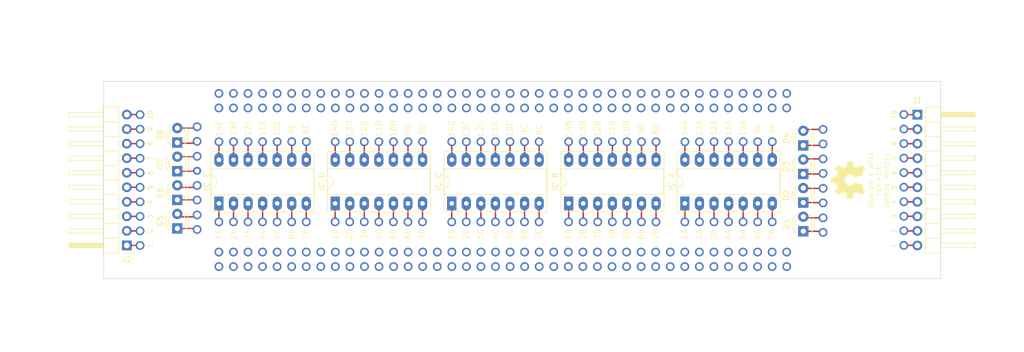
<source format=kicad_pcb>
(kicad_pcb (version 20221018) (generator pcbnew)
  (layers (0 "F.Cu" signal) (31 "B.Cu" signal) (34 "B.Paste" user) (35 "F.Paste" user) (36 "B.SilkS" user "B.Silkscreen") (37 "F.SilkS" user "F.Silkscreen") (38 "B.Mask" user) (39 "F.Mask" user) (44 "Edge.Cuts" user))
  (net 0 "")
  (footprint "Package_DIP:DIP-14_W7.62mm_Socket_LongPads" (layer "F.Cu") (at 90.11 108.6675 90)
    (fp_text reference "IC E")
    (fp_text value "DIP-14_W7.62mm_Socket_LongPads")
  )
  (footprint "Package_DIP:DIP-14_W7.62mm_Socket_LongPads" (layer "F.Cu") (at 171.4 108.6675 90)
    (fp_text reference "IC A")
    (fp_text value "DIP-14_W7.62mm_Socket_LongPads")
  )
  (footprint "DIP14_Stick:LED_D3.0mm" (layer "F.Cu") (at 82.85 103.04 90)
    (fp_text reference "D7")
    (fp_text value "LED_D3.0mm" hide)
  )
  (footprint "Package_DIP:DIP-14_W7.62mm_Socket_LongPads" (layer "F.Cu") (at 110.39 108.6675 90)
    (fp_text reference "IC D")
    (fp_text value "DIP-14_W7.62mm_Socket_LongPads")
  )
  (footprint "DIP14_Stick:1x7_Left_Side_IC_Pinout" (layer "F.Cu") (at 90.1 111.8925 90)
    (fp_text reference "REF**" hide)
    (fp_text value "1x7_Left_Side_IC_Pinout")
  )
  (footprint "Symbol:OSHW-Symbol_6.7x6mm_SilkScreen" (layer "F.Cu") (at 199.898 104.584251 90)
    (fp_text reference "REF**" hide)
    (fp_text value "OSHW-Symbol_6.7x6mm_SilkScreen" hide)
  )
  (footprint "DIP14_Stick:LED_D3.0mm" (layer "F.Cu") (at 82.85 108.04 90)
    (fp_text reference "D6")
    (fp_text value "LED_D3.0mm" hide)
  )
  (footprint "DIP14_Stick:MountingHole_2.2mm_M2" (layer "F.Cu") (at 81.3 90.3)
    (fp_text reference "REF**" hide)
    (fp_text value "MountingHole_2.2mm_M2" hide)
  )
  (footprint "DIP14_Stick:1x7_Left_Side_IC_Pinout" (layer "F.Cu") (at 151.115 111.8925 90)
    (fp_text reference "REF**" hide)
    (fp_text value "1x7_Left_Side_IC_Pinout")
  )
  (footprint "DIP14_Stick:1x7_Right_Side_IC_Pinout" (layer "F.Cu") (at 130.725 97.8925 90)
    (fp_text reference "REF**" hide)
    (fp_text value "1x7_Right_Side_IC_Pinout")
  )
  (footprint "TestPoint:TestPoint_2Pads_Pitch2.54mm_Drill0.8mm" (layer "F.Cu") (at 195.5 103.425 90)
    (fp_text reference "REF**" hide)
    (fp_text value "TestPoint_2Pads_Pitch2.54mm_Drill0.8mm")
  )
  (footprint "TestPoint:TestPoint_2Pads_Pitch2.54mm_Drill0.8mm" (layer "F.Cu") (at 195.5 113.725 90)
    (fp_text reference "REF**" hide)
    (fp_text value "TestPoint_2Pads_Pitch2.54mm_Drill0.8mm")
  )
  (footprint "DIP14_Stick:1x7_Left_Side_IC_Pinout" (layer "F.Cu") (at 110.38 111.8925 90)
    (fp_text reference "REF**" hide)
    (fp_text value "1x7_Left_Side_IC_Pinout")
  )
  (footprint "DIP14_Stick:1x7_Left_Side_IC_Pinout" (layer "F.Cu") (at 130.715 111.8925 90)
    (fp_text reference "REF**" hide)
    (fp_text value "1x7_Left_Side_IC_Pinout")
  )
  (footprint "TestPoint:TestPoint_2Pads_Pitch2.54mm_Drill0.8mm" (layer "F.Cu") (at 86.3 108.065 90)
    (fp_text reference "REF**" hide)
    (fp_text value "TestPoint_2Pads_Pitch2.54mm_Drill0.8mm")
  )
  (footprint "DIP14_Stick:2x40 2.54mm Protoboard" (layer "F.Cu") (at 90.1 119.7 90)
    (fp_text reference "REF**" hide)
    (fp_text value "2x40 2.54mm Protoboard")
  )
  (footprint "DIP14_Stick:1x7_Right_Side_IC_Pinout" (layer "F.Cu") (at 90.11 97.8925 90)
    (fp_text reference "REF**" hide)
    (fp_text value "1x7_Right_Side_IC_Pinout")
  )
  (footprint "DIP14_Stick:LED_D3.0mm" (layer "F.Cu") (at 82.85 98.04 90)
    (fp_text reference "D8")
    (fp_text value "LED_D3.0mm" hide)
  )
  (footprint "DIP14_Stick:LED_D3.0mm" (layer "F.Cu") (at 82.85 113.04 90)
    (fp_text reference "D5")
    (fp_text value "LED_D3.0mm" hide)
  )
  (footprint "DIP14_Stick:1x7_Left_Side_IC_Pinout" (layer "F.Cu") (at 171.39 111.8925 90)
    (fp_text reference "REF**" hide)
    (fp_text value "1x7_Left_Side_IC_Pinout")
  )
  (footprint "DIP14_Stick:2x40 2.54mm Protoboard" (layer "F.Cu") (at 90.1 91.99 90)
    (fp_text reference "REF**" hide)
    (fp_text value "2x40 2.54mm Protoboard")
  )
  (footprint "Connector_PinHeader_2.54mm:PinHeader_1x10_P2.54mm_Horizontal" (layer "F.Cu") (at 74.04 116 180)
    (fp_text reference "J2")
    (fp_text value "PinHeader_1x10_P2.54mm_Horizontal")
  )
  (footprint "TestPoint:TestPoint_2Pads_Pitch2.54mm_Drill0.8mm" (layer "F.Cu") (at 86.3 102.965 90)
    (fp_text reference "REF**" hide)
    (fp_text value "TestPoint_2Pads_Pitch2.54mm_Drill0.8mm")
  )
  (footprint "DIP14_Stick:LED_D3.0mm" (layer "F.Cu") (at 192.05 98.525 90)
    (fp_text reference "D4")
    (fp_text value "LED_D3.0mm" hide)
  )
  (footprint "Connector_PinHeader_2.54mm:PinHeader_1x10_P2.54mm_Horizontal" (layer "F.Cu") (at 211.95 93.15)
    (fp_text reference "J1")
    (fp_text value "PinHeader_1x10_P2.54mm_Horizontal")
  )
  (footprint "TestPoint:TestPoint_2Pads_Pitch2.54mm_Drill0.8mm" (layer "F.Cu") (at 86.3 97.815 90)
    (fp_text reference "REF**" hide)
    (fp_text value "TestPoint_2Pads_Pitch2.54mm_Drill0.8mm")
  )
  (footprint "TestPoint:TestPoint_2Pads_Pitch2.54mm_Drill0.8mm" (layer "F.Cu") (at 86.3 113.215 90)
    (fp_text reference "REF**" hide)
    (fp_text value "TestPoint_2Pads_Pitch2.54mm_Drill0.8mm")
  )
  (footprint "TestPoint:TestPoint_2Pads_Pitch2.54mm_Drill0.8mm" (layer "F.Cu") (at 195.5 108.575 90)
    (fp_text reference "REF**" hide)
    (fp_text value "TestPoint_2Pads_Pitch2.54mm_Drill0.8mm")
  )
  (footprint "DIP14_Stick:MountingHole_2.2mm_M2" (layer "F.Cu") (at 81.3 118.8)
    (fp_text reference "REF**" hide)
    (fp_text value "MountingHole_2.2mm_M2" hide)
  )
  (footprint "DIP14_Stick:1x10 Pin Connector" (layer "F.Cu") (at 76.35 105.215 180)
    (fp_text reference "REF**" hide)
    (fp_text value "1x10 Pin Connector")
  )
  (footprint "DIP14_Stick:LED_D3.0mm" (layer "F.Cu") (at 192.05 113.525 90)
    (fp_text reference "D1")
    (fp_text value "LED_D3.0mm" hide)
  )
  (footprint "DIP14_Stick:LED_D3.0mm" (layer "F.Cu") (at 192.05 108.525 90)
    (fp_text reference "D2")
    (fp_text value "LED_D3.0mm" hide)
  )
  (footprint "Package_DIP:DIP-14_W7.62mm_Socket_LongPads" (layer "F.Cu") (at 151.125 108.6675 90)
    (fp_text reference "IC B")
    (fp_text value "DIP-14_W7.62mm_Socket_LongPads")
  )
  (footprint "DIP14_Stick:1x7_Right_Side_IC_Pinout" (layer "F.Cu") (at 171.4 97.8925 90)
    (fp_text reference "")
    (fp_text value "1x7_Right_Side_IC_Pinout")
  )
  (footprint "DIP14_Stick:MountingHole_2.2mm_M2" (layer "F.Cu") (at 204.69 118.8 180)
    (fp_text reference "REF**" hide)
    (fp_text value "MountingHole_2.2mm_M2" hide)
  )
  (footprint "DIP14_Stick:MountingHole_2.2mm_M2" (layer "F.Cu") (at 205 90.3 180)
    (fp_text reference "REF**" hide)
    (fp_text value "MountingHole_2.2mm_M2" hide)
  )
  (footprint "Package_DIP:DIP-14_W7.62mm_Socket_LongPads" (layer "F.Cu") (at 130.725 108.6675 90)
    (fp_text reference "IC C")
    (fp_text value "DIP-14_W7.62mm_Socket_LongPads")
  )
  (footprint "DIP14_Stick:1x7_Right_Side_IC_Pinout" (layer "F.Cu") (at 151.125 97.8925 90)
    (fp_text reference "REF**" hide)
    (fp_text value "1x7_Right_Side_IC_Pinout")
  )
  (footprint "DIP14_Stick:1x7_Right_Side_IC_Pinout" (layer "F.Cu") (at 110.39 97.8925 90)
    (fp_text reference "REF**" hide)
    (fp_text value "1x7_Right_Side_IC_Pinout")
  )
  (footprint "TestPoint:TestPoint_2Pads_Pitch2.54mm_Drill0.8mm" (layer "F.Cu") (at 195.5 98.275 90)
    (fp_text reference "REF**" hide)
    (fp_text value "TestPoint_2Pads_Pitch2.54mm_Drill0.8mm")
  )
  (footprint "DIP14_Stick:1x10 Pin Connector" (layer "F.Cu") (at 209.6 103.925)
    (fp_text reference "REF**" hide)
    (fp_text value "1x10 Pin Connector")
  )
  (footprint "DIP14_Stick:LED_D3.0mm" (layer "F.Cu") (at 192.05 103.525 90)
    (fp_text reference "D3")
    (fp_text value "LED_D3.0mm" hide)
  )
  (gr_line (start 70 121.8) (end 216 121.8) (stroke (width 0.1)) (layer "Edge.Cuts"))
  (gr_line (start 216 87.35) (end 216 121.8) (stroke (width 0.1)) (layer "Edge.Cuts"))
  (gr_line locked (start 70 87.35) (end 70 121.8) (stroke (width 0.1)) (layer "Edge.Cuts"))
  (gr_line (start 70 87.35) (end 216 87.35) (stroke (width 0.1)) (layer "Edge.Cuts"))
  (gr_text "dips on a stick\nrev v1.0\njoshua murphy\n" (at 207 104.575001 90) (layer "F.SilkS") (effects (font (size 0.85 0.85) (thickness 0.1)) (justify bottom)))
  (segment (start 140.885 108.6675) (end 140.885 111.8825) (width 0.25) (layer "F.Cu") (net 0))
  (segment (start 133.265 101.0475) (end 133.265 97.8925) (width 0.25) (layer "F.Cu") (net 0))
  (segment (start 176.48 97.8925) (end 176.48 101.0475) (width 0.25) (layer "F.Cu") (net 0))
  (segment (start 110.38 108.6775) (end 110.39 108.6675) (width 0.25) (layer "F.Cu") (net 0))
  (segment (start 192.05 103.525) (end 195.4 103.525) (width 0.25) (layer "F.Cu") (net 0))
  (segment (start 115.47 108.6675) (end 115.47 111.8825) (width 0.25) (layer "F.Cu") (net 0))
  (segment (start 143.425 111.8825) (end 143.415 111.8925) (width 0.25) (layer "F.Cu") (net 0))
  (segment (start 209.6 115.99) (end 211.93 115.99) (width 0.25) (layer "F.Cu") (net 0))
  (segment (start 179.01 111.8925) (end 179.01 108.6775) (width 0.25) (layer "F.Cu") (net 0))
  (segment (start 133.265 111.8825) (end 133.255 111.8925) (width 0.25) (layer "F.Cu") (net 0))
  (segment (start 100.27 97.8925) (end 100.27 101.0475) (width 0.25) (layer "F.Cu") (net 0))
  (segment (start 95.18 111.8925) (end 95.18 108.6775) (width 0.25) (layer "F.Cu") (net 0))
  (segment (start 171.4 108.6675) (end 171.4 111.8825) (width 0.25) (layer "F.Cu") (net 0))
  (segment (start 209.62 113.47) (end 209.6 113.45) (width 0.25) (layer "F.Cu") (net 0))
  (segment (start 118.01 101.0475) (end 118.01 97.8925) (width 0.25) (layer "F.Cu") (net 0))
  (segment (start 209.62 93.15) (end 209.6 93.13) (width 0.25) (layer "F.Cu") (net 0))
  (segment (start 192.25 111.185) (end 192.05 110.985) (width 0.25) (layer "F.Cu") (net 0))
  (segment (start 120.55 97.8925) (end 120.55 101.0475) (width 0.25) (layer "F.Cu") (net 0))
  (segment (start 74.3508 103.305) (end 74.3458 103.3) (width 0.25) (layer "F.Cu") (net 0))
  (segment (start 173.93 111.8925) (end 173.93 108.6775) (width 0.25) (layer "F.Cu") (net 0))
  (segment (start 105.34 108.6775) (end 105.35 108.6675) (width 0.25) (layer "F.Cu") (net 0))
  (segment (start 145.965 111.8825) (end 145.955 111.8925) (width 0.25) (layer "F.Cu") (net 0))
  (segment (start 115.47 97.8925) (end 115.47 101.0475) (width 0.25) (layer "F.Cu") (net 0))
  (segment (start 211.93 95.67) (end 211.95 95.69) (width 0.25) (layer "F.Cu") (net 0))
  (segment (start 179.01 108.6775) (end 179.02 108.6675) (width 0.25) (layer "F.Cu") (net 0))
  (segment (start 86.3 98.15) (end 82.96 98.15) (width 0.25) (layer "F.Cu") (net 0))
  (segment (start 82.85 100.5) (end 86.04 100.5) (width 0.2) (layer "F.Cu") (net 0))
  (segment (start 125.63 111.8825) (end 125.62 111.8925) (width 0.25) (layer "F.Cu") (net 0))
  (segment (start 211.95 113.47) (end 209.62 113.47) (width 0.25) (layer "F.Cu") (net 0))
  (segment (start 161.285 108.6675) (end 161.285 111.8825) (width 0.25) (layer "F.Cu") (net 0))
  (segment (start 211.93 100.75) (end 211.95 100.77) (width 0.25) (layer "F.Cu") (net 0))
  (segment (start 186.64 108.6675) (end 186.64 111.8825) (width 0.25) (layer "F.Cu") (net 0))
  (segment (start 85.79 113.04) (end 86.3 113.55) (width 0.2) (layer "F.Cu") (net 0))
  (segment (start 209.62 98.23) (end 209.6 98.21) (width 0.25) (layer "F.Cu") (net 0))
  (segment (start 176.48 111.8825) (end 176.47 111.8925) (width 0.25) (layer "F.Cu") (net 0))
  (segment (start 163.825 97.8925) (end 163.825 101.0475) (width 0.25) (layer "F.Cu") (net 0))
  (segment (start 195.5 106.035) (end 192.1 106.035) (width 0.25) (layer "F.Cu") (net 0))
  (segment (start 86.04 103.04) (end 86.3 103.3) (width 0.2) (layer "F.Cu") (net 0))
  (segment (start 135.805 111.8825) (end 135.795 111.8925) (width 0.25) (layer "F.Cu") (net 0))
  (segment (start 151.125 111.8825) (end 151.115 111.8925) (width 0.25) (layer "F.Cu") (net 0))
  (segment (start 74.3508 98.225) (end 74.3458 98.22) (width 0.25) (layer "F.Cu") (net 0))
  (segment (start 173.94 101.0475) (end 173.94 97.8925) (width 0.25) (layer "F.Cu") (net 0))
  (segment (start 74.05 108.39) (end 74.04 108.38) (width 0.25) (layer "F.Cu") (net 0))
  (segment (start 120.55 111.8825) (end 120.54 111.8925) (width 0.25) (layer "F.Cu") (net 0))
  (segment (start 74.04 98.22) (end 76.34 98.22) (width 0.25) (layer "F.Cu") (net 0))
  (segment (start 143.425 108.6675) (end 143.425 111.8825) (width 0.25) (layer "F.Cu") (net 0))
  (segment (start 209.6 95.67) (end 211.93 95.67) (width 0.25) (layer "F.Cu") (net 0))
  (segment (start 209.62 103.31) (end 209.6 103.29) (width 0.25) (layer "F.Cu") (net 0))
  (segment (start 195.5 100.885) (end 192.15 100.885) (width 0.25) (layer "F.Cu") (net 0))
  (segment (start 74.3508 113.465) (end 74.3458 113.46) (width 0.25) (layer "F.Cu") (net 0))
  (segment (start 90.11 101.0475) (end 90.11 97.8925) (width 0.25) (layer "F.Cu") (net 0))
  (segment (start 76.34 100.76) (end 76.35 100.77) (width 0.25) (layer "F.Cu") (net 0))
  (segment (start 110.38 111.8925) (end 110.38 108.6775) (width 0.25) (layer "F.Cu") (net 0))
  (segment (start 82.96 98.15) (end 82.85 98.04) (width 0.25) (layer "F.Cu") (net 0))
  (segment (start 86.3 105.86) (end 83.21 105.86) (width 0.25) (layer "F.Cu") (net 0))
  (segment (start 97.73 97.8925) (end 97.73 101.0475) (width 0.25) (layer "F.Cu") (net 0))
  (segment (start 90.11 108.6675) (end 90.11 111.8825) (width 0.25) (layer "F.Cu") (net 0))
  (segment (start 112.93 108.6675) (end 112.93 111.8825) (width 0.25) (layer "F.Cu") (net 0))
  (segment (start 130.725 101.0475) (end 130.725 97.8925) (width 0.25) (layer "F.Cu") (net 0))
  (segment (start 211.93 110.91) (end 211.95 110.93) (width 0.25) (layer "F.Cu") (net 0))
  (segment (start 138.345 111.8825) (end 138.335 111.8925) (width 0.25) (layer "F.Cu") (net 0))
  (segment (start 130.715 111.8925) (end 130.715 108.6775) (width 0.25) (layer "F.Cu") (net 0))
  (segment (start 192.15 100.885) (end 192.05 100.985) (width 0.25) (layer "F.Cu") (net 0))
  (segment (start 92.65 108.6675) (end 92.65 111.8825) (width 0.25) (layer "F.Cu") (net 0))
  (segment (start 74.3508 108.385) (end 74.3458 108.38) (width 0.25) (layer "F.Cu") (net 0))
  (segment (start 135.805 101.0475) (end 135.805 97.8925) (width 0.25) (layer "F.Cu") (net 0))
  (segment (start 166.365 108.6675) (end 166.365 111.8825) (width 0.25) (layer "F.Cu") (net 0))
  (segment (start 156.205 108.6675) (end 156.205 111.8825) (width 0.25) (layer "F.Cu") (net 0))
  (segment (start 123.08 111.8925) (end 123.08 108.6775) (width 0.25) (layer "F.Cu") (net 0))
  (segment (start 158.745 97.8925) (end 158.745 101.0475) (width 0.25) (layer "F.Cu") (net 0))
  (segment (start 192.1 106.035) (end 192.05 105.985) (width 0.25) (layer "F.Cu") (net 0))
  (segment (start 209.6 100.75) (end 211.93 100.75) (width 0.25) (layer "F.Cu") (net 0))
  (segment (start 156.205 111.8825) (end 156.195 111.8925) (width 0.25) (layer "F.Cu") (net 0))
  (segment (start 151.125 108.6675) (end 151.125 111.8825) (width 0.25) (layer "F.Cu") (net 0))
  (segment (start 115.47 111.8825) (end 115.46 111.8925) (width 0.25) (layer "F.Cu") (net 0))
  (segment (start 161.285 97.8925) (end 161.285 101.0475) (width 0.25) (layer "F.Cu") (net 0))
  (segment (start 211.93 105.83) (end 211.95 105.85) (width 0.25) (layer "F.Cu") (net 0))
  (segment (start 92.65 97.8925) (end 92.65 101.0475) (width 0.25) (layer "F.Cu") (net 0))
  (segment (start 171.4 101.0475) (end 171.4 97.8925) (width 0.25) (layer "F.Cu") (net 0))
  (segment (start 82.85 113.04) (end 85.79 113.04) (width 0.2) (layer "F.Cu") (net 0))
  (segment (start 74.3508 100.765) (end 74.3458 100.76) (width 0.25) (layer "F.Cu") (net 0))
  (segment (start 76.34 110.92) (end 76.35 110.93) (width 0.25) (layer "F.Cu") (net 0))
  (segment (start 74.04 110.92) (end 76.34 110.92) (width 0.25) (layer "F.Cu") (net 0))
  (segment (start 158.735 108.6775) (end 158.745 108.6675) (width 0.25) (layer "F.Cu") (net 0))
  (segment (start 171.4 111.8825) (end 171.39 111.8925) (width 0.25) (layer "F.Cu") (net 0))
  (segment (start 163.815 111.8925) (end 163.815 108.6775) (width 0.25) (layer "F.Cu") (net 0))
  (segment (start 195.25 98.525) (end 195.5 98.275) (width 0.25) (layer "F.Cu") (net 0))
  (segment (start 195.4 103.525) (end 195.5 103.425) (width 0.25) (layer "F.Cu") (net 0))
  (segment (start 76.35 108.39) (end 74.05 108.39) (width 0.25) (layer "F.Cu") (net 0))
  (segment (start 211.95 103.31) (end 209.62 103.31) (width 0.25) (layer "F.Cu") (net 0))
  (segment (start 86.3 111.01) (end 83.36 111.01) (width 0.25) (layer "F.Cu") (net 0))
  (segment (start 173.93 108.6775) (end 173.94 108.6675) (width 0.25) (layer "F.Cu") (net 0))
  (segment (start 100.27 108.6675) (end 100.27 111.8825) (width 0.25) (layer "F.Cu") (net 0))
  (segment (start 211.95 108.39) (end 209.62 108.39) (width 0.25) (layer "F.Cu") (net 0))
  (segment (start 195.5 95.735) (end 192.3 95.735) (width 0.25) (layer "F.Cu") (net 0))
  (segment (start 74.04 93.14) (end 76.34 93.14) (width 0.25) (layer "F.Cu") (net 0))
  (segment (start 112.93 111.8825) (end 112.92 111.8925) (width 0.25) (layer "F.Cu") (net 0))
  (segment (start 125.63 101.0475) (end 125.63 97.8925) (width 0.25) (layer "F.Cu") (net 0))
  (segment (start 76.35 95.69) (end 74.05 95.69) (width 0.25) (layer "F.Cu") (net 0))
  (segment (start 112.93 101.0475) (end 112.93 97.8925) (width 0.25) (layer "F.Cu") (net 0))
  (segment (start 82.85 95.5) (end 86.19 95.5) (width 0.2) (layer "F.Cu") (net 0))
  (segment (start 195.5 111.185) (end 192.25 111.185) (width 0.25) (layer "F.Cu") (net 0))
  (segment (start 153.655 111.8925) (end 153.655 108.6775) (width 0.25) (layer "F.Cu") (net 0))
  (segment (start 181.56 97.8925) (end 181.56 101.0475) (width 0.25) (layer "F.Cu") (net 0))
  (segment (start 166.365 97.8925) (end 166.365 101.0475) (width 0.25) (layer "F.Cu") (net 0))
  (segment (start 184.09 111.8925) (end 184.09 108.6775) (width 0.25) (layer "F.Cu") (net 0))
  (segment (start 105.34 111.8925) (end 105.34 108.6775) (width 0.25) (layer "F.Cu") (net 0))
  (segment (start 86.19 95.5) (end 86.3 95.61) (width 0.2) (layer "F.Cu") (net 0))
  (segment (start 133.265 108.6675) (end 133.265 111.8825) (width 0.25) (layer "F.Cu") (net 0))
  (segment (start 192.3 95.735) (end 192.05 95.985) (width 0.25) (layer "F.Cu") (net 0))
  (segment (start 161.285 111.8825) (end 161.275 111.8925) (width 0.25) (layer "F.Cu") (net 0))
  (segment (start 138.345 108.6675) (end 138.345 111.8825) (width 0.25) (layer "F.Cu") (net 0))
  (segment (start 184.09 108.6775) (end 184.1 108.6675) (width 0.25) (layer "F.Cu") (net 0))
  (segment (start 138.345 101.0475) (end 138.345 97.8925) (width 0.25) (layer "F.Cu") (net 0))
  (segment (start 86.04 100.5) (end 86.3 100.76) (width 0.2) (layer "F.Cu") (net 0))
  (segment (start 105.35 101.0475) (end 105.35 97.8925) (width 0.25) (layer "F.Cu") (net 0))
  (segment (start 145.965 101.0475) (end 145.965 97.8925) (width 0.25) (layer "F.Cu") (net 0))
  (segment (start 153.655 108.6775) (end 153.665 108.6675) (width 0.25) (layer "F.Cu") (net 0))
  (segment (start 179.02 97.8925) (end 179.02 101.0475) (width 0.25) (layer "F.Cu") (net 0))
  (segment (start 102.81 97.8925) (end 102.81 101.0475) (width 0.25) (layer "F.Cu") (net 0))
  (segment (start 76.34 98.22) (end 76.35 98.23) (width 0.25) (layer "F.Cu") (net 0))
  (segment (start 74.3508 110.925) (end 74.3458 110.92) (width 0.25) (layer "F.Cu") (net 0))
  (segment (start 74.3508 93.145) (end 74.3458 93.14) (width 0.25) (layer "F.Cu") (net 0))
  (segment (start 176.48 108.6675) (end 176.48 111.8825) (width 0.25) (layer "F.Cu") (net 0))
  (segment (start 145.965 108.6675) (end 145.965 111.8825) (width 0.25) (layer "F.Cu") (net 0))
  (segment (start 74.3508 95.685) (end 74.3458 95.68) (width 0.25) (layer "F.Cu") (net 0))
  (segment (start 195.45 108.525) (end 195.5 108.575) (width 0.25) (layer "F.Cu") (net 0))
  (segment (start 140.885 101.0475) (end 140.885 97.8925) (width 0.25) (layer "F.Cu") (net 0))
  (segment (start 74.3508 105.845) (end 74.3458 105.84) (width 0.25) (layer "F.Cu") (net 0))
  (segment (start 123.09 101.0475) (end 123.09 97.8925) (width 0.25) (layer "F.Cu") (net 0))
  (segment (start 125.63 108.6675) (end 125.63 111.8825) (width 0.25) (layer "F.Cu") (net 0))
  (segment (start 166.365 111.8825) (end 166.355 111.8925) (width 0.25) (layer "F.Cu") (net 0))
  (segment (start 76.35 103.31) (end 74.05 103.31) (width 0.25) (layer "F.Cu") (net 0))
  (segment (start 184.1 97.8925) (end 184.1 101.0475) (width 0.25) (layer "F.Cu") (net 0))
  (segment (start 211.95 93.15) (end 209.62 93.15) (width 0.25) (layer "F.Cu") (net 0))
  (segment (start 192.05 98.525) (end 195.25 98.525) (width 0.25) (layer "F.Cu") (net 0))
  (segment (start 181.56 111.8825) (end 181.55 111.8925) (width 0.25) (layer "F.Cu") (net 0))
  (segment (start 100.27 111.8825) (end 100.26 111.8925) (width 0.25) (layer "F.Cu") (net 0))
  (segment (start 76.34 116) (end 76.35 116.01) (width 0.25) (layer "F.Cu") (net 0))
  (segment (start 135.805 108.6675) (end 135.805 111.8825) (width 0.25) (layer "F.Cu") (net 0))
  (segment (start 118.01 108.6675) (end 118.01 111.8825) (width 0.25) (layer "F.Cu") (net 0))
  (segment (start 74.04 116) (end 76.34 116) (width 0.25) (layer "F.Cu") (net 0))
  (segment (start 90.11 111.8825) (end 90.1 111.8925) (width 0.25) (layer "F.Cu") (net 0))
  (segment (start 186.64 97.8925) (end 186.64 101.0475) (width 0.25) (layer "F.Cu") (net 0))
  (segment (start 143.425 101.0475) (end 143.425 97.8925) (width 0.25) (layer "F.Cu") (net 0))
  (segment (start 97.73 111.8825) (end 97.72 111.8925) (width 0.25) (layer "F.Cu") (net 0))
  (segment (start 85.94 108.04) (end 86.3 108.4) (width 0.2) (layer "F.Cu") (net 0))
  (segment (start 209.6 105.83) (end 211.93 105.83) (width 0.25) (layer "F.Cu") (net 0))
  (segment (start 74.04 100.76) (end 76.34 100.76) (width 0.25) (layer "F.Cu") (net 0))
  (segment (start 140.885 111.8825) (end 140.875 111.8925) (width 0.25) (layer "F.Cu") (net 0))
  (segment (start 76.34 105.84) (end 76.35 105.85) (width 0.25) (layer "F.Cu") (net 0))
  (segment (start 95.18 108.6775) (end 95.19 108.6675) (width 0.25) (layer "F.Cu") (net 0))
  (segment (start 82.85 108.04) (end 85.94 108.04) (width 0.2) (layer "F.Cu") (net 0))
  (segment (start 74.05 103.31) (end 74.04 103.3) (width 0.25) (layer "F.Cu") (net 0))
  (segment (start 76.35 113.47) (end 74.05 113.47) (width 0.25) (layer "F.Cu") (net 0))
  (segment (start 181.56 108.6675) (end 181.56 111.8825) (width 0.25) (layer "F.Cu") (net 0))
  (segment (start 151.125 101.0475) (end 151.125 97.8925) (width 0.25) (layer "F.Cu") (net 0))
  (segment (start 74.04 105.84) (end 76.34 105.84) (width 0.25) (layer "F.Cu") (net 0))
  (segment (start 158.735 111.8925) (end 158.735 108.6775) (width 0.25) (layer "F.Cu") (net 0))
  (segment (start 74.05 95.69) (end 74.04 95.68) (width 0.25) (layer "F.Cu") (net 0))
  (segment (start 211.95 98.23) (end 209.62 98.23) (width 0.25) (layer "F.Cu") (net 0))
  (segment (start 192.05 108.525) (end 195.45 108.525) (width 0.25) (layer "F.Cu") (net 0))
  (segment (start 156.205 97.8925) (end 156.205 101.0475) (width 0.25) (layer "F.Cu") (net 0))
  (segment (start 74.05 113.47) (end 74.04 113.46) (width 0.25) (layer "F.Cu") (net 0))
  (segment (start 211.93 115.99) (end 211.95 116.01) (width 0.25) (layer "F.Cu") (net 0))
  (segment (start 74.298702 103.251298) (end 74.245 103.305) (width 0.25) (layer "F.Cu") (net 0))
  (segment (start 110.39 101.0475) (end 110.39 97.8925) (width 0.25) (layer "F.Cu") (net 0))
  (segment (start 163.815 108.6775) (end 163.825 108.6675) (width 0.25) (layer "F.Cu") (net 0))
  (segment (start 209.6 110.91) (end 211.93 110.91) (width 0.25) (layer "F.Cu") (net 0))
  (segment (start 83.36 111.01) (end 82.85 110.5) (width 0.25) (layer "F.Cu") (net 0))
  (segment (start 153.665 97.8925) (end 153.665 101.0475) (width 0.25) (layer "F.Cu") (net 0))
  (segment (start 83.21 105.86) (end 82.85 105.5) (width 0.25) (layer "F.Cu") (net 0))
  (segment (start 123.08 108.6775) (end 123.09 108.6675) (width 0.25) (layer "F.Cu") (net 0))
  (segment (start 118.01 111.8825) (end 118 111.8925) (width 0.25) (layer "F.Cu") (net 0))
  (segment (start 195.3 113.525) (end 195.5 113.725) (width 0.25) (layer "F.Cu") (net 0))
  (segment (start 76.34 93.14) (end 76.35 93.15) (width 0.25) (layer "F.Cu") (net 0))
  (segment (start 186.64 111.8825) (end 186.63 111.8925) (width 0.25) (layer "F.Cu") (net 0))
  (segment (start 102.81 108.6675) (end 102.81 111.8825) (width 0.25) (layer "F.Cu") (net 0))
  (segment (start 130.715 108.6775) (end 130.725 108.6675) (width 0.25) (layer "F.Cu") (net 0))
  (segment (start 192.05 113.525) (end 195.3 113.525) (width 0.25) (layer "F.Cu") (net 0))
  (segment (start 95.19 97.8925) (end 95.19 101.0475) (width 0.25) (layer "F.Cu") (net 0))
  (segment (start 97.73 108.6675) (end 97.73 111.8825) (width 0.25) (layer "F.Cu") (net 0))
  (segment (start 102.81 111.8825) (end 102.8 111.8925) (width 0.25) (layer "F.Cu") (net 0))
  (segment (start 92.65 111.8825) (end 92.64 111.8925) (width 0.25) (layer "F.Cu") (net 0))
  (segment (start 82.85 103.04) (end 86.04 103.04) (width 0.2) (layer "F.Cu") (net 0))
  (segment (start 209.62 108.39) (end 209.6 108.37) (width 0.25) (layer "F.Cu") (net 0))
  (segment (start 120.55 108.6675) (end 120.55 111.8825) (width 0.25) (layer "F.Cu") (net 0))
)
</source>
